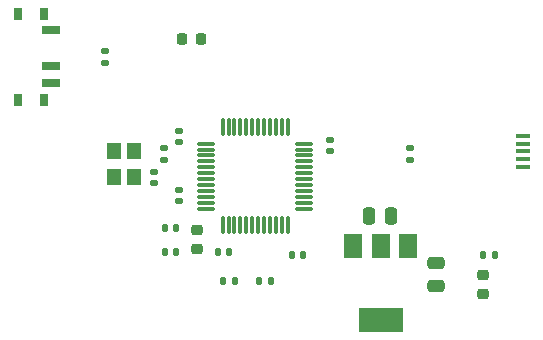
<source format=gbr>
%TF.GenerationSoftware,KiCad,Pcbnew,7.0.7*%
%TF.CreationDate,2023-09-18T20:54:04+05:30*%
%TF.ProjectId,STM32,53544d33-322e-46b6-9963-61645f706362,rev?*%
%TF.SameCoordinates,Original*%
%TF.FileFunction,Paste,Top*%
%TF.FilePolarity,Positive*%
%FSLAX46Y46*%
G04 Gerber Fmt 4.6, Leading zero omitted, Abs format (unit mm)*
G04 Created by KiCad (PCBNEW 7.0.7) date 2023-09-18 20:54:04*
%MOMM*%
%LPD*%
G01*
G04 APERTURE LIST*
G04 Aperture macros list*
%AMRoundRect*
0 Rectangle with rounded corners*
0 $1 Rounding radius*
0 $2 $3 $4 $5 $6 $7 $8 $9 X,Y pos of 4 corners*
0 Add a 4 corners polygon primitive as box body*
4,1,4,$2,$3,$4,$5,$6,$7,$8,$9,$2,$3,0*
0 Add four circle primitives for the rounded corners*
1,1,$1+$1,$2,$3*
1,1,$1+$1,$4,$5*
1,1,$1+$1,$6,$7*
1,1,$1+$1,$8,$9*
0 Add four rect primitives between the rounded corners*
20,1,$1+$1,$2,$3,$4,$5,0*
20,1,$1+$1,$4,$5,$6,$7,0*
20,1,$1+$1,$6,$7,$8,$9,0*
20,1,$1+$1,$8,$9,$2,$3,0*%
G04 Aperture macros list end*
%ADD10RoundRect,0.075000X-0.662500X-0.075000X0.662500X-0.075000X0.662500X0.075000X-0.662500X0.075000X0*%
%ADD11RoundRect,0.075000X-0.075000X-0.662500X0.075000X-0.662500X0.075000X0.662500X-0.075000X0.662500X0*%
%ADD12RoundRect,0.140000X0.140000X0.170000X-0.140000X0.170000X-0.140000X-0.170000X0.140000X-0.170000X0*%
%ADD13RoundRect,0.250000X0.475000X-0.250000X0.475000X0.250000X-0.475000X0.250000X-0.475000X-0.250000X0*%
%ADD14RoundRect,0.140000X-0.170000X0.140000X-0.170000X-0.140000X0.170000X-0.140000X0.170000X0.140000X0*%
%ADD15R,1.300000X0.450000*%
%ADD16RoundRect,0.135000X0.185000X-0.135000X0.185000X0.135000X-0.185000X0.135000X-0.185000X-0.135000X0*%
%ADD17RoundRect,0.140000X0.170000X-0.140000X0.170000X0.140000X-0.170000X0.140000X-0.170000X-0.140000X0*%
%ADD18RoundRect,0.135000X-0.185000X0.135000X-0.185000X-0.135000X0.185000X-0.135000X0.185000X0.135000X0*%
%ADD19RoundRect,0.218750X-0.256250X0.218750X-0.256250X-0.218750X0.256250X-0.218750X0.256250X0.218750X0*%
%ADD20R,1.500000X2.000000*%
%ADD21R,3.800000X2.000000*%
%ADD22RoundRect,0.225000X-0.225000X-0.250000X0.225000X-0.250000X0.225000X0.250000X-0.225000X0.250000X0*%
%ADD23R,1.200000X1.400000*%
%ADD24RoundRect,0.140000X-0.140000X-0.170000X0.140000X-0.170000X0.140000X0.170000X-0.140000X0.170000X0*%
%ADD25RoundRect,0.135000X-0.135000X-0.185000X0.135000X-0.185000X0.135000X0.185000X-0.135000X0.185000X0*%
%ADD26RoundRect,0.218750X0.256250X-0.218750X0.256250X0.218750X-0.256250X0.218750X-0.256250X-0.218750X0*%
%ADD27RoundRect,0.250000X-0.250000X-0.475000X0.250000X-0.475000X0.250000X0.475000X-0.250000X0.475000X0*%
%ADD28R,0.800000X1.000000*%
%ADD29R,1.500000X0.700000*%
G04 APERTURE END LIST*
D10*
%TO.C,U1*%
X82010000Y-77362500D03*
X82010000Y-77862500D03*
X82010000Y-78362500D03*
X82010000Y-78862500D03*
X82010000Y-79362500D03*
X82010000Y-79862500D03*
X82010000Y-80362500D03*
X82010000Y-80862500D03*
X82010000Y-81362500D03*
X82010000Y-81862500D03*
X82010000Y-82362500D03*
X82010000Y-82862500D03*
D11*
X83422500Y-84275000D03*
X83922500Y-84275000D03*
X84422500Y-84275000D03*
X84922500Y-84275000D03*
X85422500Y-84275000D03*
X85922500Y-84275000D03*
X86422500Y-84275000D03*
X86922500Y-84275000D03*
X87422500Y-84275000D03*
X87922500Y-84275000D03*
X88422500Y-84275000D03*
X88922500Y-84275000D03*
D10*
X90335000Y-82862500D03*
X90335000Y-82362500D03*
X90335000Y-81862500D03*
X90335000Y-81362500D03*
X90335000Y-80862500D03*
X90335000Y-80362500D03*
X90335000Y-79862500D03*
X90335000Y-79362500D03*
X90335000Y-78862500D03*
X90335000Y-78362500D03*
X90335000Y-77862500D03*
X90335000Y-77362500D03*
D11*
X88922500Y-75950000D03*
X88422500Y-75950000D03*
X87922500Y-75950000D03*
X87422500Y-75950000D03*
X86922500Y-75950000D03*
X86422500Y-75950000D03*
X85922500Y-75950000D03*
X85422500Y-75950000D03*
X84922500Y-75950000D03*
X84422500Y-75950000D03*
X83922500Y-75950000D03*
X83422500Y-75950000D03*
%TD*%
D12*
%TO.C,C9*%
X79480000Y-84500000D03*
X78520000Y-84500000D03*
%TD*%
D13*
%TO.C,C2*%
X101500000Y-89400000D03*
X101500000Y-87500000D03*
%TD*%
D14*
%TO.C,C6*%
X92480000Y-77020000D03*
X92480000Y-77980000D03*
%TD*%
D15*
%TO.C,J1*%
X108845000Y-79305000D03*
X108845000Y-78655000D03*
X108845000Y-78005000D03*
X108845000Y-77355000D03*
X108845000Y-76705000D03*
%TD*%
D16*
%TO.C,R2*%
X73500000Y-70510000D03*
X73500000Y-69490000D03*
%TD*%
D17*
%TO.C,C4*%
X79750000Y-77230000D03*
X79750000Y-76270000D03*
%TD*%
D18*
%TO.C,R3*%
X99250000Y-77750000D03*
X99250000Y-78770000D03*
%TD*%
D19*
%TO.C,D1*%
X105500000Y-88500000D03*
X105500000Y-90075000D03*
%TD*%
D20*
%TO.C,U2*%
X99100000Y-86000000D03*
X96800000Y-86000000D03*
D21*
X96800000Y-92300000D03*
D20*
X94500000Y-86000000D03*
%TD*%
D22*
%TO.C,C3*%
X80000000Y-68500000D03*
X81550000Y-68500000D03*
%TD*%
D23*
%TO.C,Y1*%
X74250000Y-78000000D03*
X74250000Y-80200000D03*
X75950000Y-80200000D03*
X75950000Y-78000000D03*
%TD*%
D24*
%TO.C,C10*%
X78520000Y-86500000D03*
X79480000Y-86500000D03*
%TD*%
D12*
%TO.C,C5*%
X90250000Y-86750000D03*
X89290000Y-86750000D03*
%TD*%
D25*
%TO.C,R1*%
X105490000Y-86750000D03*
X106510000Y-86750000D03*
%TD*%
D17*
%TO.C,C8*%
X79750000Y-82210000D03*
X79750000Y-81250000D03*
%TD*%
%TO.C,C13*%
X77600000Y-80710000D03*
X77600000Y-79750000D03*
%TD*%
D26*
%TO.C,FB1*%
X81212500Y-86287500D03*
X81212500Y-84712500D03*
%TD*%
D27*
%TO.C,C1*%
X95800000Y-83500000D03*
X97700000Y-83500000D03*
%TD*%
D25*
%TO.C,R5*%
X86500000Y-89000000D03*
X87520000Y-89000000D03*
%TD*%
D28*
%TO.C,SW1*%
X68280000Y-66350000D03*
X66070000Y-66350000D03*
X68280000Y-73650000D03*
X66070000Y-73650000D03*
D29*
X68930000Y-67750000D03*
X68930000Y-70750000D03*
X68930000Y-72250000D03*
%TD*%
D17*
%TO.C,C12*%
X78500000Y-78710000D03*
X78500000Y-77750000D03*
%TD*%
D24*
%TO.C,C11*%
X83040000Y-86500000D03*
X84000000Y-86500000D03*
%TD*%
D25*
%TO.C,R4*%
X83490000Y-89000000D03*
X84510000Y-89000000D03*
%TD*%
M02*

</source>
